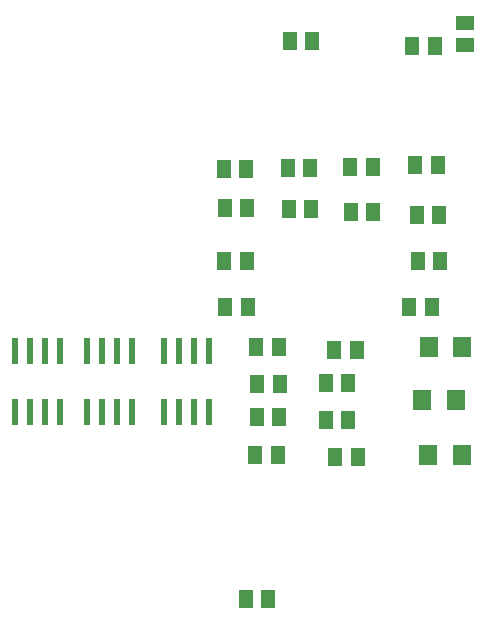
<source format=gbr>
G04 EAGLE Gerber X2 export*
%TF.Part,Single*%
%TF.FileFunction,Paste,Top*%
%TF.FilePolarity,Positive*%
%TF.GenerationSoftware,Autodesk,EAGLE,9.0.0*%
%TF.CreationDate,2019-09-03T03:29:10Z*%
G75*
%MOMM*%
%FSLAX34Y34*%
%LPD*%
%AMOC8*
5,1,8,0,0,1.08239X$1,22.5*%
G01*
%ADD10R,0.600000X2.200000*%
%ADD11R,1.600000X1.803000*%
%ADD12R,1.300000X1.600000*%
%ADD13R,1.600000X1.300000*%


D10*
X742550Y520700D03*
X742550Y468700D03*
X755250Y520700D03*
X729850Y520700D03*
X717150Y520700D03*
X755250Y468700D03*
X729850Y468700D03*
X717150Y468700D03*
X803350Y520700D03*
X803350Y468700D03*
X816050Y520700D03*
X790650Y520700D03*
X777950Y520700D03*
X816050Y468700D03*
X790650Y468700D03*
X777950Y468700D03*
X868950Y520700D03*
X868950Y468700D03*
X881650Y520700D03*
X856250Y520700D03*
X843550Y520700D03*
X881650Y468700D03*
X856250Y468700D03*
X843550Y468700D03*
D11*
X1095220Y432700D03*
X1066780Y432700D03*
D12*
X941200Y492800D03*
X922200Y492800D03*
D11*
X1090420Y478700D03*
X1061980Y478700D03*
D12*
X1053400Y778700D03*
X1072400Y778700D03*
X1001000Y676200D03*
X1020000Y676200D03*
X949900Y782700D03*
X968900Y782700D03*
X967800Y640800D03*
X948800Y640800D03*
X894900Y557700D03*
X913900Y557700D03*
X1007200Y430800D03*
X988200Y430800D03*
X1056000Y678200D03*
X1075000Y678200D03*
X1057200Y635200D03*
X1076200Y635200D03*
X921400Y524200D03*
X940400Y524200D03*
D13*
X1098200Y798400D03*
X1098200Y779400D03*
D12*
X1077200Y596800D03*
X1058200Y596800D03*
X999000Y461800D03*
X980000Y461800D03*
X1069900Y557300D03*
X1050900Y557300D03*
X894300Y596700D03*
X913300Y596700D03*
X894500Y641700D03*
X913500Y641700D03*
X939300Y432300D03*
X920300Y432300D03*
X921700Y464700D03*
X940700Y464700D03*
X893900Y674700D03*
X912900Y674700D03*
X948100Y675700D03*
X967100Y675700D03*
X912500Y310700D03*
X931500Y310700D03*
X1006300Y521300D03*
X987300Y521300D03*
D11*
X1095620Y523700D03*
X1067180Y523700D03*
D12*
X999100Y493300D03*
X980100Y493300D03*
X1001500Y637700D03*
X1020500Y637700D03*
M02*

</source>
